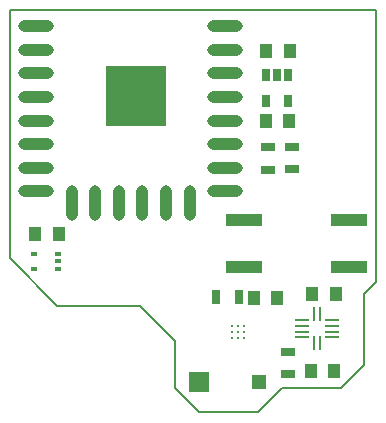
<source format=gtp>
G04 #@! TF.FileFunction,Paste,Top*
%FSLAX46Y46*%
G04 Gerber Fmt 4.6, Leading zero omitted, Abs format (unit mm)*
G04 Created by KiCad (PCBNEW 4.0.7-e2-6376~58~ubuntu16.04.1) date Wed Apr 11 03:41:41 2018*
%MOMM*%
%LPD*%
G01*
G04 APERTURE LIST*
%ADD10C,0.100000*%
%ADD11C,0.150000*%
%ADD12R,1.000000X1.250000*%
%ADD13R,1.300000X1.300000*%
%ADD14R,1.700000X1.700000*%
%ADD15O,3.000000X1.000000*%
%ADD16O,1.000000X3.000000*%
%ADD17R,1.300000X0.700000*%
%ADD18R,0.700000X1.300000*%
%ADD19R,3.100000X1.000000*%
%ADD20C,0.304800*%
%ADD21R,0.508000X0.304800*%
%ADD22R,0.650000X1.060000*%
%ADD23R,1.250000X0.250000*%
%ADD24R,0.250000X1.250000*%
%ADD25R,5.080000X5.080000*%
G04 APERTURE END LIST*
D10*
D11*
X77000000Y-55000000D02*
X77000000Y-34000000D01*
X81000000Y-59000000D02*
X77000000Y-55000000D01*
X88000000Y-59000000D02*
X81000000Y-59000000D01*
X91000000Y-62000000D02*
X88000000Y-59000000D01*
X91000000Y-66000000D02*
X91000000Y-62000000D01*
X93000000Y-68000000D02*
X91000000Y-66000000D01*
X98000000Y-68000000D02*
X93000000Y-68000000D01*
X100000000Y-66000000D02*
X98000000Y-68000000D01*
X105000000Y-66000000D02*
X100000000Y-66000000D01*
X107000000Y-64000000D02*
X105000000Y-66000000D01*
X107000000Y-58000000D02*
X107000000Y-64000000D01*
X108000000Y-57000000D02*
X107000000Y-58000000D01*
X108000000Y-52000000D02*
X108000000Y-57000000D01*
X108000000Y-34000000D02*
X108000000Y-52000000D01*
X77000000Y-34000000D02*
X108000000Y-34000000D01*
D12*
X79120000Y-52960000D03*
X81120000Y-52960000D03*
X100650000Y-43340000D03*
X98650000Y-43340000D03*
X100690000Y-37470000D03*
X98690000Y-37470000D03*
X99630000Y-58320000D03*
X97630000Y-58320000D03*
D13*
X98060000Y-65460000D03*
D14*
X92980000Y-65460000D03*
D15*
X79210000Y-35320000D03*
X79210000Y-37320000D03*
X79210000Y-39320000D03*
X79210000Y-41320000D03*
X79210000Y-43320000D03*
X79210000Y-45320000D03*
X79210000Y-47320000D03*
X79210000Y-49320000D03*
D16*
X82210000Y-50320000D03*
X84210000Y-50320000D03*
X86210000Y-50320000D03*
X88210000Y-50320000D03*
X90210000Y-50320000D03*
X92210000Y-50320000D03*
D15*
X95210000Y-49320000D03*
X95210000Y-47320000D03*
X95210000Y-45320000D03*
X95210000Y-43320000D03*
X95210000Y-41320000D03*
X95210000Y-39320000D03*
X95210000Y-37320000D03*
X95210000Y-35320000D03*
D17*
X98830000Y-47470000D03*
X98830000Y-45570000D03*
X100840000Y-47440000D03*
X100840000Y-45540000D03*
D18*
X96370000Y-58280000D03*
X94470000Y-58280000D03*
D19*
X105705000Y-55760000D03*
X105705000Y-51760000D03*
X96795000Y-51760000D03*
X96795000Y-55760000D03*
D20*
X96800000Y-60740000D03*
X96800000Y-61240000D03*
X96800000Y-61740000D03*
X96300000Y-60740000D03*
X96300000Y-61240000D03*
X96300000Y-61740000D03*
X95800000Y-60740000D03*
X95800000Y-61240000D03*
X95800000Y-61740000D03*
D21*
X81036000Y-55885000D03*
X81036000Y-54615000D03*
X79004000Y-55885000D03*
X81036000Y-55250000D03*
X79004000Y-54615000D03*
D22*
X100560000Y-39470000D03*
X99610000Y-39470000D03*
X98660000Y-39470000D03*
X98660000Y-41670000D03*
X100560000Y-41670000D03*
D12*
X102450000Y-64500000D03*
X104450000Y-64500000D03*
D17*
X100540000Y-62920000D03*
X100540000Y-64820000D03*
D23*
X101740000Y-60190000D03*
X101740000Y-60690000D03*
X101740000Y-61190000D03*
X101740000Y-61690000D03*
D24*
X102740000Y-62190000D03*
X103240000Y-62190000D03*
D23*
X104240000Y-61690000D03*
X104240000Y-61190000D03*
X104240000Y-60690000D03*
X104240000Y-60190000D03*
D24*
X103240000Y-59690000D03*
X102740000Y-59690000D03*
D12*
X104570000Y-57980000D03*
X102570000Y-57980000D03*
D25*
X87680000Y-41240000D03*
M02*

</source>
